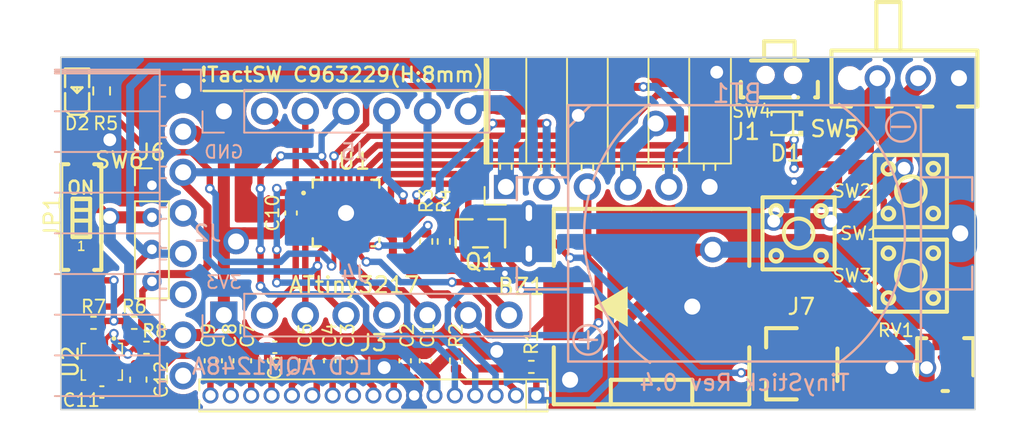
<source format=kicad_pcb>
(kicad_pcb (version 20221018) (generator pcbnew)
  (title_block (title "TinyStick") (date "2024-06-01") (rev "0.4"))
  (layers (0 "F.Cu" signal) (31 "B.Cu" signal) (34 "B.Paste" user) (35 "F.Paste" user) (36 "B.SilkS" user "B.Silkscreen") (37 "F.SilkS" user "F.Silkscreen") (38 "B.Mask" user) (39 "F.Mask" user) (44 "Edge.Cuts" user))
  (net 0 "")
  (net 1 "Net-(BT1-+)")
  (net 2 "GND")
  (net 3 "Buz")
  (net 4 "Net-(D1-A)")
  (net 5 "+3V3")
  (net 6 "Net-(J3-VOUT)")
  (net 7 "Net-(J3-C1-)")
  (net 8 "Net-(J3-C1+)")
  (net 9 "Net-(J3-C2-)")
  (net 10 "Net-(J3-C2+)")
  (net 11 "Net-(J3-V1)")
  (net 12 "Net-(J3-V2)")
  (net 13 "Net-(J3-V3)")
  (net 14 "Net-(J3-V4)")
  (net 15 "Net-(J3-V0)")
  (net 16 "Net-(D2-A)")
  (net 17 "UPDI")
  (net 18 "TXD")
  (net 19 "RXD")
  (net 20 "SDA")
  (net 21 "SCL")
  (net 22 "PA6")
  (net 23 "Net-(J3-{slash}RST)")
  (net 24 "SCK")
  (net 25 "MOSI")
  (net 27 "PA4")
  (net 29 "PA5")
  (net 30 "PB7")
  (net 31 "PB6")
  (net 32 "MISO")
  (net 33 "Net-(J7-LCD_BL_A)")
  (net 34 "Net-(J7-LCD_BL_K)")
  (net 35 "LCD_CS")
  (net 36 "LCD_RS")
  (net 37 "Net-(Q1-G)")
  (net 39 "LCD_BL")
  (net 40 "LED")
  (net 42 "SW1")
  (net 43 "SW2")
  (net 44 "SW3")
  (net 45 "SW4")
  (net 46 "+5V")
  (net 47 "Net-(U2-CS)")
  (net 50 "Net-(JP1-A)")
  (footprint "JSB01_Lib:SW-SMD_4P-L4.5-W4.5-P3.00-LS7.5" (layer "F.Cu") (at 78.4 35.46)
    (fp_text reference "SW2")
    (fp_text value "Tactile" hide)
  )
  (footprint "" (layer "F.Cu") (at 57.658 30.734)
    (fp_text reference "")
    (fp_text value "")
  )
  (footprint "" (layer "F.Cu") (at 64.77 42.672)
    (fp_text reference "")
    (fp_text value "")
  )
  (footprint "" (layer "F.Cu") (at 36.322 38.608)
    (fp_text reference "")
    (fp_text value "")
  )
  (footprint "JSB01_Lib:CONN-SMD_HC-1.0-2PWT" (layer "F.Cu") (at 71.028 46.305 90)
    (fp_text reference "J7")
    (fp_text value "LCD BackLight" hide)
  )
  (footprint "Capacitor_SMD:C_0603_1608Metric" (layer "F.Cu") (at 30.226 47.231 -90)
    (fp_text reference "C12")
    (fp_text value "10u")
  )
  (footprint "" (layer "F.Cu") (at 76.708 28.448)
    (fp_text reference "")
    (fp_text value "")
  )
  (footprint "Resistor_SMD:R_0402_1005Metric" (layer "F.Cu") (at 54.735 46.436)
    (fp_text reference "R1")
    (fp_text value "10K")
  )
  (footprint "Capacitor_SMD:C_0402_1005Metric" (layer "F.Cu") (at 38.74 45.212 180)
    (fp_text reference "C6")
    (fp_text value "1u")
  )
  (footprint "Resistor_SMD:R_0402_1005Metric" (layer "F.Cu") (at 27.432 43.688 180)
    (fp_text reference "R7")
    (fp_text value "10K")
  )
  (footprint "" (layer "F.Cu") (at 52.578 45.466)
    (fp_text reference "")
    (fp_text value "")
  )
  (footprint "JSB01_Lib:LGA-12_L2.0-W2.0-P0.50-BL" (layer "F.Cu") (at 27.952 46.115 180)
    (fp_text reference "U2")
    (fp_text value "LIS2DH12" hide)
  )
  (footprint "JSB01_Lib:AQM1248A" (layer "F.Cu") (at 44.885 48.218)
    (fp_text reference "J3")
    (fp_text value "AQM1248A")
  )
  (footprint "Resistor_SMD:R_0402_1005Metric" (layer "F.Cu") (at 49.276 38.608 90)
    (fp_text reference "R4")
    (fp_text value "100K")
  )
  (footprint "" (layer "F.Cu") (at 28.448 37.084)
    (fp_text reference "")
    (fp_text value "")
  )
  (footprint "" (layer "F.Cu") (at 62.484 30.988)
    (fp_text reference "")
    (fp_text value "")
  )
  (footprint "JSB01_Lib:SW-SMD_4P-L4.5-W4.5-P3.00-LS7.5" (layer "F.Cu") (at 71.4 38.1 90)
    (fp_text reference "SW1")
    (fp_text value "Tactile" hide)
  )
  (footprint "JSB01_Lib:SW-SMD_K3-1280S-K1" (layer "F.Cu") (at 78 31.814 90)
    (fp_text reference "SW5")
    (fp_text value "Slide" hide)
  )
  (footprint "Capacitor_SMD:C_0402_1005Metric" (layer "F.Cu") (at 35.8 46.056 -90)
    (fp_text reference "C8")
    (fp_text value "1u")
  )
  (footprint "" (layer "F.Cu") (at 77.216 46.482)
    (fp_text reference "")
    (fp_text value "")
  )
  (footprint "JSB01_Lib:SW-SMD_BZCN_TSA002A35" (layer "F.Cu") (at 70.2 28.71)
    (fp_text reference "SW4")
    (fp_text value "Tactile(Side)" hide)
  )
  (footprint "" (layer "F.Cu") (at 57.15 47.244)
    (fp_text reference "")
    (fp_text value "")
  )
  (footprint "" (layer "F.Cu") (at 45.559 46.482)
    (fp_text reference "")
    (fp_text value "")
  )
  (footprint "JSB01_Lib:Grove_Connector" (layer "F.Cu") (at 31.0755 38.1)
    (fp_text reference "J6")
    (fp_text value "Grove Connector")
  )
  (footprint "" (layer "F.Cu") (at 78.994 28.448)
    (fp_text reference "")
    (fp_text value "")
  )
  (footprint "Capacitor_SMD:C_0402_1005Metric" (layer "F.Cu") (at 34.725 46.056 -90)
    (fp_text reference "C9")
    (fp_text value "1u")
  )
  (footprint "JSB01_Lib:SW-SMD_TSD101EZ" (layer "F.Cu") (at 26.67 37.084)
    (fp_text reference "SW6")
    (fp_text value "DIP" hide)
  )
  (footprint "Capacitor_SMD:C_0402_1005Metric" (layer "F.Cu") (at 46.863 46.056 -90)
    (fp_text reference "C2")
    (fp_text value "1u")
  )
  (footprint "Resistor_SMD:R_0402_1005Metric" (layer "F.Cu") (at 50.038 46.054 -90)
    (fp_text reference "R2")
    (fp_text value "10K")
  )
  (footprint "JSB01_Lib:SOD-323_L1.8-W1.3-LS2.5-RD" (layer "F.Cu") (at 70.612 31.242 180)
    (fp_text reference "D1")
    (fp_text value "1N5819WS" hide)
  )
  (footprint "Capacitor_SMD:C_0402_1005Metric" (layer "F.Cu") (at 43.18 46.056 -90)
    (fp_text reference "C3")
    (fp_text value "1u")
  )
  (footprint "Resistor_SMD:R_0603_1608Metric" (layer "F.Cu") (at 27.94 29.21 90)
    (fp_text reference "R5")
    (fp_text value "470")
  )
  (footprint "Resistor_SMD:R_0402_1005Metric" (layer "F.Cu") (at 29.972 43.688)
    (fp_text reference "R6")
    (fp_text value "10K")
  )
  (footprint "" (layer "F.Cu") (at 73.406 37.338)
    (fp_text reference "")
    (fp_text value "")
  )
  (footprint "JSB01_Lib:SW-SMD_4P-L4.5-W4.5-P3.00-LS7.5" (layer "F.Cu") (at 78.4 40.74 180)
    (fp_text reference "SW3")
    (fp_text value "Tactile" hide)
  )
  (footprint "" (layer "F.Cu") (at 69.85 37.338)
    (fp_text reference "")
    (fp_text value "")
  )
  (footprint "" (layer "F.Cu") (at 66.294 28.04)
    (fp_text reference "")
    (fp_text value "")
  )
  (footprint "Resistor_SMD:R_0402_1005Metric" (layer "F.Cu") (at 30.736 45.24 180)
    (fp_text reference "R8")
    (fp_text value "10K")
  )
  (footprint "Capacitor_SMD:C_0402_1005Metric" (layer "F.Cu") (at 36.9 46.056 -90)
    (fp_text reference "C7")
    (fp_text value "1u")
  )
  (footprint "JSB01_Lib:LED0603-RD_GREEN" (layer "F.Cu") (at 26.416 29.207 90)
    (fp_text reference "D2")
    (fp_text value "SML-D12P8WT86" hide)
  )
  (footprint "JSB01_Lib:RES-ADJ-SMD_G32AT" (layer "F.Cu") (at 80.545 46.255)
    (fp_text reference "RV1")
    (fp_text value "2K" hide)
  )
  (footprint "" (layer "F.Cu") (at 28.448 32.258)
    (fp_text reference "")
    (fp_text value "")
  )
  (footprint "" (layer "F.Cu") (at 77.978 34.036)
    (fp_text reference "")
    (fp_text value "")
  )
  (footprint "JSB01_Lib:AO3400A" (layer "F.Cu") (at 51.562 38.1 -90)
    (fp_text reference "Q1")
    (fp_text value "AO3400A" hide)
  )
  (footprint "Capacitor_SMD:C_0402_1005Metric" (layer "F.Cu") (at 27.952 48.006 180)
    (fp_text reference "C11")
    (fp_text value "0.1u")
  )
  (footprint "JSB01_Lib:HVQFN-24_L4.0-W4.0-P0.50" (layer "F.Cu") (at 43.18 36.83 -90)
    (fp_text reference "U1")
    (fp_text value "ATtiny3217")
  )
  (footprint "JSB01_Lib:BUZ-SMD_2P-L12.0-W12.0-L" (layer "F.Cu") (at 62.23 42.672)
    (fp_text reference "BZ1")
    (fp_text value "PKLCS1212E2000" hide)
  )
  (footprint "" (layer "F.Cu") (at 79.248 46.482)
    (fp_text reference "")
    (fp_text value "")
  )
  (footprint "Capacitor_SMD:C_0402_1005Metric" (layer "F.Cu") (at 40.64 46.056 -90)
    (fp_text reference "C5")
    (fp_text value "1u")
  )
  (footprint "" (layer "F.Cu") (at 66.04 39.116)
    (fp_text reference "")
    (fp_text value "")
  )
  (footprint "Capacitor_SMD:C_0402_1005Metric" (layer "F.Cu") (at 48.133 46.056 90)
    (fp_text reference "C1")
    (fp_text value "1u")
  )
  (footprint "Capacitor_SMD:C_0402_1005Metric" (layer "F.Cu") (at 42.164 46.056 -90)
    (fp_text reference "C4")
    (fp_text value "1u")
  )
  (footprint "JSB01_Lib:USB Serial" (layer "F.Cu") (at 59.5 35.2 -90)
    (fp_text reference "J1")
    (fp_text value "USB Serial")
  )
  (footprint "JSB01_Lib:SolderJumper-2_Open_mini" (layer "F.Cu") (at 26.67 37.084 90)
    (fp_text reference "JP1")
    (fp_text value "SolderJumper_2_Open" hide)
  )
  (footprint "Capacitor_SMD:C_0402_1005Metric" (layer "F.Cu") (at 39.751 36.83 90)
    (fp_text reference "C10")
    (fp_text value "0.1u")
  )
  (footprint "Resistor_SMD:R_0402_1005Metric" (layer "F.Cu") (at 48.176 38.606 -90)
    (fp_text reference "R3")
    (fp_text value "20K")
  )
  (footprint "JSB01_Lib:PinSocket_M5StickHat" (layer "B.Cu") (at 33.02 38.1 180)
    (fp_text reference "J2")
    (fp_text value "M5StickC Hat")
  )
  (footprint "JSB01_Lib:BAT-CR2032" (layer "B.Cu") (at 68.03 38.1 180)
    (fp_text reference "BT1")
    (fp_text value "CR2032" hide)
  )
  (footprint "Connector_PinSocket_2.54mm:PinSocket_1x07_P2.54mm_Vertical" (layer "B.Cu") (at 35.56 30.48 -90)
    (fp_text reference "J5")
    (fp_text value "TinyStick_Ext2")
  )
  (footprint "Connector_PinSocket_2.54mm:PinSocket_1x08_P2.54mm_Vertical" (layer "B.Cu") (at 35.56 43.205 -90)
    (fp_text reference "J4")
    (fp_text value "TinyStick_Ext1")
  )
  (gr_line (start 34.29 29.21) (end 51.308 29.21) (stroke (width 0.15)) (layer "F.SilkS"))
  (gr_rect (start 25.4 27.1) (end 82.4 49.1) (stroke (width 0.1)) (fill none) (layer "Edge.Cuts"))
  (gr_text "LCD AQM1248A" (at 44.958 46.99) (layer "B.SilkS") (effects (font (size 1 1)) (justify left bottom mirror)))
  (gr_text "GND" (at 35.56 33.02) (layer "B.SilkS") (effects (font (size 0.8 0.8) (thickness 0.12)) (justify mirror)))
  (gr_text "3V3" (at 35.56 41.148) (layer "B.SilkS") (effects (font (size 0.8 0.8) (thickness 0.12)) (justify mirror)))
  (gr_text "TinyStick Rev 0.4" (at 74.676 48.006) (layer "B.SilkS") (effects (font (size 1 1)) (justify left bottom mirror)))
  (gr_text "!TactSW C963229(H:8mm)" (at 42.926 28.194) (layer "F.SilkS") (effects (font (size 0.9 0.9) (thickness 0.16) bold)))
  (segment (start 78 29.696) (end 78 31.814) (width 1) (layer "F.Cu") (net 1))
  (segment (start 78.86 28.408) (end 78.86 28.836) (width 1) (layer "F.Cu") (net 1))
  (segment (start 69.85 37.338) (end 73.406 37.338) (width 1) (layer "F.Cu") (net 1))
  (segment (start 78 34.014) (end 77.978 34.036) (width 1) (layer "F.Cu") (net 1))
  (segment (start 78 31.814) (end 78 34.014) (width 1) (layer "F.Cu") (net 1))
  (segment (start 78.86 28.836) (end 78 29.696) (width 1) (layer "F.Cu") (net 1))
  (segment (start 73.406 37.338) (end 74.676 37.338) (width 1) (layer "B.Cu") (net 1))
  (segment (start 54.58 36.83) (end 54.58 37.846) (width 1) (layer "B.Cu") (net 1))
  (segment (start 54.58 37.846) (end 54.58 39.37) (width 1) (layer "B.Cu") (net 1))
  (segment (start 54.392 37.338) (end 53.63 38.1) (width 1) (layer "B.Cu") (net 1))
  (segment (start 52.74 39.024) (end 52.578 38.862) (width 0.4) (layer "B.Cu") (net 1))
  (segment (start 74.676 37.338) (end 77.978 34.036) (width 1) (layer "B.Cu") (net 1))
  (segment (start 69.85 37.338) (end 54.392 37.338) (width 1) (layer "B.Cu") (net 1))
  (segment (start 26.924 30.988) (end 27.432 30.988) (width 0.5) (layer "F.Cu") (net 2))
  (segment (start 46.863 45.576) (end 46.465 45.576) (width 0.75) (layer "F.Cu") (net 2))
  (segment (start 50.658595 44.717) (end 48.992 44.717) (width 0.75) (layer "F.Cu") (net 2))
  (segment (start 34.689 45.74) (end 34.725 45.776) (width 0.5) (layer "F.Cu") (net 2))
  (segment (start 36.83 31.75) (end 36.83 35.56) (width 0.75) (layer "F.Cu") (net 2))
  (segment (start 41.495 44.721) (end 40.64 45.576) (width 0.75) (layer "F.Cu") (net 2))
  (segment (start 46.465 45.576) (end 45.559 46.482) (width 0.75) (layer "F.Cu") (net 2))
  (segment (start 64.77 42.672) (end 63.5 42.672) (width 1) (layer "F.Cu") (net 2))
  (segment (start 52.578 45.466) (end 51.407594 45.466) (width 0.75) (layer "F.Cu") (net 2))
  (segment (start 27.472 48.3) (end 27.472 48.006) (width 0.4) (layer "F.Cu") (net 2))
  (segment (start 37.846 36.322) (end 37.864325 36.340325) (width 0.75) (layer "F.Cu") (net 2))
  (segment (start 49.276 36.5785) (end 49.276 38.098) (width 0.4) (layer "F.Cu") (net 2))
  (segment (start 34.016 45.74) (end 34.036 45.72) (width 0.4) (layer "F.Cu") (net 2))
  (segment (start 35.56 30.48) (end 36.83 31.75) (width 0.75) (layer "F.Cu") (net 2))
  (segment (start 58.928 47.244) (end 57.15 47.244) (width 1) (layer "F.Cu") (net 2))
  (segment (start 48.992 44.717) (end 48.133 45.576) (width 0.75) (layer "F.Cu") (net 2))
  (segment (start 28.448 32.004) (end 28.448 32.258) (width 0.5) (layer "F.Cu") (net 2))
  (segment (start 27.432 30.988) (end 28.448 32.004) (width 0.5) (layer "F.Cu") (net 2))
  (segment (start 30.226 48.006) (end 29.516 48.716) (width 0.4) (layer "F.Cu") (net 2))
  (segment (start 34.671 45.776) (end 34.605 45.71) (width 0.4) (layer "F.Cu") (net 2))
  (segment (start 27.667 45.865) (end 27.712 45.82) (width 0.3) (layer "F.Cu") (net 2))
  (segment (start 39.751 36.35) (end 39.981 36.58) (width 0.3) (layer "F.Cu") (net 2))
  (segment (start 27.888 48.716) (end 27.472 48.3) (width 0.4) (layer "F.Cu") (net 2))
  (segment (start 29.516 48.716) (end 27.888 48.716) (width 0.4) (layer "F.Cu") (net 2))
  (segment (start 43.798 44.721) (end 41.495 44.721) (width 0.75) (layer "F.Cu") (net 2))
  (segment (start 27.712 45.82) (end 27.712 45.24) (width 0.3) (layer "F.Cu") (net 2))
  (segment (start 39.981 36.58) (end 41.18 36.58) (width 0.3) (layer "F.Cu") (net 2))
  (segment (start 28.448 32.258) (end 28.448 32.4725) (width 0.5) (layer "F.Cu") (net 2))
  (segment (start 52.512 40.028497) (end 53.086 40.602497) (width 0.4) (layer "F.Cu") (net 2))
  (segment (start 41.18 36.58) (end 42.575 36.58) (width 0.3) (layer "F.Cu") (net 2))
  (segment (start 32.502233 45.74) (end 30.236233 48.006) (width 0.4) (layer "F.Cu") (net 2))
  (segment (start 26.419 30.477) (end 26.416 30.48) (width 0.5) (layer "F.Cu") (net 2))
  (segment (start 27.077 46.365) (end 27.077 45.89) (width 0.4) (layer "F.Cu") (net 2))
  (segment (start 45.559 46.482) (end 43.798 44.721) (width 0.75) (layer "F.Cu") (net 2))
  (segment (start 36.83 35.56) (end 37.592 36.322) (width 0.75) (layer "F.Cu") (net 2))
  (segment (start 26.416 30.48) (end 26.924 30.988) (width 0.5) (layer "F.Cu") (net 2))
  (segment (start 37.592 36.322) (end 37.846 36.322) (width 0.75) (layer "F.Cu") (net 2))
  (segment (start 51.407594 45.466) (end 50.658595 44.717) (width 0.75) (layer "F.Cu") (net 2))
  (segment (start 27.077 46.365) (end 27.077 46.865) (width 0.4) (layer "F.Cu") (net 2))
  (segment (start 37.864325 36.340325) (end 39.692159 36.340325) (width 0.75) (layer "F.Cu") (net 2))
  (segment (start 30.236233 48.006) (end 30.226 48.006) (width 0.4) (layer "F.Cu") (net 2))
  (segment (start 34.18 45.576) (end 34.036 45.72) (width 0.5) (layer "F.Cu") (net 2))
  (segment (start 27.472 48.006) (end 27.472 47.26) (width 0.5) (layer "F.Cu") (net 2))
  (segment (start 32.502233 45.74) (end 34.016 45.74) (width 0.4) (layer "F.Cu") (net 2))
  (segment (start 63.5 42.672) (end 58.928 47.244) (width 1) (layer "F.Cu") (net 2))
  (segment (start 71.12 29.56) (end 71.9 29.56) (width 0.4) (layer "F.Cu") (net 2))
  (segment (start 36.9 45.576) (end 34.18 45.576) (width 0.5) (layer "F.Cu") (net 2))
  (segment (start 26.419 30.006) (end 26.419 30.477) (width 0.5) (layer "F.Cu") (net 2))
  (segment (start 27.077 45.865) (end 27.667 45.865) (width 0.3) (layer "F.Cu") (net 2))
  (segment (start 40.276 45.212) (end 40.64 45.576) (width 0.75) (layer "F.Cu") (net 2))
  (segment (start 64.77 42.672) (end 67.476 42.672) (width 1) (layer "F.Cu") (net 2))
  (segment (start 48.133 45.576) (end 46.863 45.576) (width 0.75) (layer "F.Cu") (net 2))
  (segment (start 39.22 45.212) (end 40.276 45.212) (width 0.75) (layer "F.Cu") (net 2))
  (segment (start 27.077 46.865) (end 27.202 46.99) (width 0.4) (layer "F.Cu") (net 2))
  (segment (start 27.202 46.99) (end 27.642 46.99) (width 0.4) (layer "F.Cu") (net 2))
  (segment (start 28.448 32.4725) (end 31.0755 35.1) (width 0.5) (layer "F.Cu") (net 2))
  (segment (start 52.512 39.335) (end 52.512 40.028497) (width 0.4) (layer "F.Cu") (net 2))
  (via (at 71.12 29.56) (size 0.6) (drill 0.35) (layers "F.Cu" "B.Cu") (net 2))
  (via (at 71.12 34.9) (size 0.6) (drill 0.35) (layers "F.Cu" "B.Cu") (net 2))
  (via (at 49.276 36.5785) (size 0.6) (drill 0.35) (layers "F.Cu" "B.Cu") (net 2))
  (via (at 53.086 40.602497) (size 0.6) (drill 0.35) (layers "F.Cu" "B.Cu") (net 2))
  (segment (start 33.02 29.21) (end 31.0755 31.1545) (width 1) (layer "B.Cu") (net 2))
  (segment (start 34.29 29.21) (end 35.56 30.48) (width 1) (layer "B.Cu") (net 2))
  (segment (start 47.951199 36.579364) (end 49.276 36.579364) (width 0.75) (layer "B.Cu") (net 2))
  (segment (start 73.406 42.672) (end 77.216 46.482) (width 1.2) (layer "B.Cu") (net 2))
  (segment (start 45.559 46.482) (end 46.407528 46.482) (width 0.75) (layer "B.Cu") (net 2))
  (segment (start 49.276 36.5785) (end 49.276 39.37) (width 0.75) (layer "B.Cu") (net 2))
  (segment (start 46.407528 46.482) (end 47.425 47.499472) (width 0.75) (layer "B.Cu") (net 2))
  (segment (start 43.4315 36.5785) (end 43.18 36.83) (width 0.75) (layer "B.Cu") (net 2))
  (segment (start 55.372 45.466) (end 57.15 47.244) (width 1) (layer "B.Cu") (net 2))
  (segment (start 47.700563 36.83) (end 47.951199 36.579364) (width 0.75) (layer "B.Cu") (net 2))
  (segment (start 43.18 36.83) (end 43.293 36.717) (width 0.75) (layer "B.Cu") (net 2))
  (segment (start 52.578 45.466) (end 55.372 45.466) (width 1) (layer "B.Cu") (net 2))
  (segment (start 50.508497 40.602497) (end 53.086 40.602497) (width 0.75) (layer "B.Cu") (net 2))
  (segment (start 64.77 42.672) (end 73.406 42.672) (width 1.2) (layer "B.Cu") (net 2))
  (segment (start 43.18 36.83) (end 47.700563 36.83) (width 0.75) (layer "B.Cu") (net 2))
  (segment (start 33.02 29.21) (end 34.29 29.21) (width 1) (layer "B.Cu") (net 2))
  (segment (start 49.276 39.37) (end 50.508497 40.602497) (width 0.75) (layer "B.Cu") (net 2))
  (segment (start 47.425 47.499472) (end 47.425 48.318) (width 0.75) (layer "B.Cu") (net 2))
  (segment (start 31.0755 31.1545) (end 31.0755 35.1) (width 1) (layer "B.Cu") (net 2))
  (segment (start 50.546 41.148) (end 52.05 42.652) (width 0.4) (layer "F.Cu") (net 3))
  (segment (start 52.05 44.176) (end 52.329 44.455) (width 0.4) (layer "F.Cu") (net 3))
  (segment (start 52.329 44.455) (end 54.593 44.455) (width 0.4) (layer "F.Cu") (net 3))
  (segment (start 44.196 39.624) (end 43.95 39.27) (width 0.3) (layer "F.Cu") (net 3))
  (segment (start 54.593 44.455) (end 56.576 42.472) (width 0.4) (layer "F.Cu") (net 3))
  (segment (start 52.05 42.652) (end 52.05 44.176) (width 0.4) (layer "F.Cu") (net 3))
  (segment (start 49.784 41.148) (end 50.546 41.148) (width 0.4) (layer "F.Cu") (net 3))
  (via (at 49.784 41.148) (size 0.6) (drill 0.35) (layers "F.Cu" "B.Cu") (net 3))
  (via (at 44.45 39.878) (size 0.6) (drill 0.35) (layers "F.Cu" "B.Cu") (net 3))
  (segment (start 45.298528 39.878) (end 44.45 39.878) (width 0.4) (layer "B.Cu") (net 3))
  (segment (start 49.784 41.148) (end 46.568528 41.148) (width 0.4) (layer "B.Cu") (net 3))
  (segment (start 46.568528 41.148) (end 45.298528 39.878) (width 0.4) (layer "B.Cu") (net 3))
  (segment (start 69.439 31.242) (end 62.484 31.242) (width 1) (layer "F.Cu") (net 4))
  (segment (start 62.484 31.242) (end 62.378 31.242) (width 1) (layer "B.Cu") (net 4))
  (segment (start 60.77 35.2) (end 60.77 32.956) (width 1) (layer "B.Cu") (net 4))
  (segment (start 60.77 32.956) (end 62.484 31.242) (width 1) (layer "B.Cu") (net 4))
  (segment (start 31.246 45.24) (end 31.246 45.436) (width 0.5) (layer "F.Cu") (net 5))
  (segment (start 48.714 46.536) (end 48.133 46.536) (width 0.5) (layer "F.Cu") (net 5))
  (segment (start 26.67 36.584) (end 27.932 36.584) (width 0.5) (layer "F.Cu") (net 5))
  (segment (start 35.814 38.1) (end 36.83 38.1) (width 0.75) (layer "F.Cu") (net 5))
  (segment (start 74.928 31.242) (end 75.5 31.814) (width 1) (layer "F.Cu") (net 5))
  (segment (start 48.133 46.536) (end 48.695 47.098) (width 0.75) (layer "F.Cu") (net 5))
  (segment (start 27.932 36.584) (end 28.448 37.1) (width 0.5) (layer "F.Cu") (net 5))
  (segment (start 66.04 39.116) (end 65.024 39.116) (width 0.75) (layer "F.Cu") (net 5))
  (segment (start 34.315 44.45) (end 35.56 43.205) (width 0.75) (layer "F.Cu") (net 5))
  (segment (start 31.246 45.436) (end 30.226 46.456) (width 0.5) (layer "F.Cu") (net 5))
  (segment (start 29.692 46.99) (end 28.292 46.99) (width 0.5) (layer "F.Cu") (net 5))
  (segment (start 71.785 31.242) (end 74.928 31.242) (width 1) (layer "F.Cu") (net 5))
  (segment (start 49.583 45.667) (end 50 45.667) (width 0.75) (layer "F.Cu") (net 5))
  (segment (start 76.32 29.09) (end 75.5 29.91) (width 1) (layer "F.Cu") (net 5))
  (segment (start 33.782 31.75) (end 35.56 33.528) (width 0.75) (layer "F.Cu") (net 5))
  (segment (start 76.32 28.408) (end 76.32 29.09) (width 1) (layer "F.Cu") (net 5))
  (segment (start 39.981 37.08) (end 41.18 37.08) (width 0.3) (layer "F.Cu") (net 5))
  (segment (start 36.322 38.608) (end 36.83 38.1) (width 0.75) (layer "F.Cu") (net 5))
  (segment (start 65.024 39.116) (end 58.674 45.466) (width 0.75) (layer "F.Cu") (net 5))
  (segment (start 35.56 43.205) (end 35.56 37.846) (width 0.75) (layer "F.Cu") (net 5))
  (segment (start 33.02 44.45) (end 34.315 44.45) (width 0.75) (layer "F.Cu") (net 5))
  (segment (start 75.5 29.91) (end 75.5 31.814) (width 1) (layer "F.Cu") (net 5))
  (segment (start 39.751 37.31) (end 39.981 37.08) (width 0.3) (layer "F.Cu") (net 5))
  (segment (start 39.711636 37.302348) (end 39.743348 37.302348) (width 0.75) (layer "F.Cu") (net 5))
  (segment (start 54.225 46.131908) (end 54.225 46.436) (width 0.75) (layer "F.Cu") (net 5))
  (segment (start 51.157315 46.536) (end 50.165315 45.544) (width 0.5) (layer "F.Cu") (net 5))
  (segment (start 36.83 38.1) (end 38.913984 38.1) (width 0.75) (layer "F.Cu") (net 5))
  (segment (start 35.56 37.846) (end 35.814 38.1) (width 0.75) (layer "F.Cu") (net 5))
  (segment (start 26.67 33.134) (end 26.67 36.584) (width 0.5) (layer "F.Cu") (net 5))
  (segment (start 28.448 37.1) (end 31.0755 37.1) (width 0.75) (layer "F.Cu") (net 5))
  (segment (start 48.714 46.536) (end 49.583 45.667) (width 0.75) (layer "F.Cu") (net 5))
  (segment (start 79.384 46.482) (end 79.384 47.832) (width 1) (layer "F.Cu") (net 5))
  (segment (start 35.56 33.528) (end 35.56 37.846) (width 0.75) (layer "F.Cu") (net 5))
  (segment (start 28.432 48.006) (end 28.432 47.26) (width 0.5) (layer "F.Cu") (net 5))
  (segment (start 54.890908 45.466) (end 54.225 46.131908) (width 0.75) (layer "F.Cu") (net 5))
  (segment (start 33.02 44.45) (end 32.036 44.45) (width 0.75) (layer "F.Cu") (net 5))
  (segment (start 30.226 46.456) (end 29.692 46.99) (width 0.5) (layer "F.Cu") (net 5))
  (segment (start 38.913984 38.1) (end 39.711636 37.302348) (width 0.75) (layer "F.Cu") (net 5))
  (segment (start 32.036 44.45) (end 31.246 45.24) (width 0.75) (layer "F.Cu") (net 5))
  (segment (start 33.02 31.75) (end 33.782 31.75) (width 0.75) (layer "F.Cu") (net 5))
  (segment (start 79.384 47.832) (end 79.42 47.868) (width 1) (layer "F.Cu") (net 5))
  (segment (start 33.02 44.45) (end 33.045 44.45) (width 1) (layer "F.Cu") (net 5))
  (segment (start 58.674 45.466) (end 54.890908 45.466) (width 0.75) (layer "F.Cu") (net 5))
  (segment (start 48.695 47.098) (end 48.695 48.218) (width 0.75) (layer "F.Cu") (net 5))
  (segment (start 54.225 46.536) (end 51.157315 46.536) (width 0.5) (layer "F.Cu") (net 5))
  (segment (start 48.695 47.425969) (end 46.576031 45.307) (width 0.75) (layer "B.Cu") (net 5))
  (segment (start 28.448 37.1) (end 28.448 38.608) (width 0.75) (layer "B.Cu") (net 5))
  (segment (start 71.628 36.322) (end 76.32 31.63) (width 1) (layer "B.Cu") (net 5))
  (segment (start 33.02 44.45) (end 31.817919 44.45) (width 0.75) (layer "B.Cu") (net 5))
  (segment (start 71.247 38.989) (end 71.628 38.608) (width 1) (layer "B.Cu") (net 5))
  (segment (start 48.695 48.318) (end 48.695 47.425969) (width 0.75) (layer "B.Cu") (net 5))
  (segment (start 46.576031 45.307) (end 37.662 45.307) (width 0.75) (layer "B.Cu") (net 5))
  (segment (start 79.384 45.348) (end 79.384 46.482) (width 1) (layer "B.Cu") (net 5))
  (segment (start 31.817919 44.45) (end 29.718 42.350081) (width 0.75) (layer "B.Cu") (net 5))
  (segment (start 66.04 39.116) (end 73.152 39.116) (width 1) (layer "B.Cu") (net 5))
  (segment (start 71.628 38.608) (end 71.628 36.322) (width 1) (layer "B.Cu") (net 5))
  (segment (start 28.448 38.608) (end 29.718 39.878) (width 0.75) (layer "B.Cu") (net 5))
  (segment (start 73.152 39.116) (end 79.384 45.348) (width 1) (layer "B.Cu") (net 5))
  (segment (start 37.662 45.307) (end 35.56 43.205) (width 0.75) (layer "B.Cu") (net 5))
  (segment (start 76.32 31.63) (end 76.32 28.408) (width 1) (layer "B.Cu") (net 5))
  (segment (start 29.718 42.350081) (end 29.718 39.878) (width 0.75) (layer "B.Cu") (net 5))
  (segment (start 46.155 47.444) (end 46.155 48.318) (width 0.4) (layer "F.Cu") (net 6))
  (segment (start 46.863 46.736) (end 46.155 47.444) (width 0.4) (layer "F.Cu") (net 6))
  (segment (start 44.45 46.736) (end 43.39 45.676) (width 0.4) (layer "F.Cu") (net 7))
  (segment (start 43.18 45.776) (end 43.293675 45.776) (width 0.4) (layer "F.Cu") (net 7))
  (segment (start 44.45 47.244) (end 44.45 46.736) (width 0.4) (layer "F.Cu") (net 7))
  (segment (start 44.885 48.218) (end 44.885 47.679) (width 0.4) (layer "F.Cu") (net 7))
  (segment (start 44.885 47.679) (end 44.45 47.244) (width 0.4) (layer "F.Cu") (net 7))
  (segment (start 43.39 45.676) (end 43.18 45.676) (width 0.4) (layer "F.Cu") (net 7))
  (segment (start 43.615 47.171) (end 43.18 46.736) (width 0.4) (layer "F.Cu") (net 8))
  (segment (start 43.615 48.318) (end 43.615 47.171) (width 0.4) (layer "F.Cu") (net 8))
  (segment (start 41.35 47.943) (end 41.075 48.218) (width 0.4) (layer "F.Cu") (net 9))
  (segment (start 41.7 45.676) (end 41.35 46.026) (width 0.4) (layer "F.Cu") (net 9))
  (segment (start 42.164 45.676) (end 41.7 45.676) (width 0.4) (layer "F.Cu") (net 9))
  (segment (start 41.35 46.026) (end 41.35 47.943) (width 0.4) (layer "F.Cu") (net 9))
  (segment (start 42.164 45.776) (end 42.050325 45.776) (width 0.4) (layer "F.Cu") (net 9))
  (segment (start 42.345 46.917) (end 42.164 46.736) (width 0.4) (layer "F.Cu") (net 10))
  (segment (start 42.345 48.318) (end 42.345 46.917) (width 0.4) (layer "F.Cu") (net 10))
  (segment (start 40.64 46.736) (end 39.805 47.571) (width 0.4) (layer "F.Cu") (net 11))
  (segment (start 39.805 47.571) (end 39.805 48.318) (width 0.4) (layer "F.Cu") (net 11))
  (segment (start 38.26 47.15) (end 38.535 47.425) (width 0.4) (layer "F.Cu") (net 12))
  (segment (start 38.26 45.212) (end 38.26 47.15) (width 0.4) (layer "F.Cu") (net 12))
  (segment (start 38.535 47.425) (end 38.535 48.318) (width 0.4) (layer "F.Cu") (net 12))
  (segment (start 36.9 47.06) (end 37.265 47.425) (width 0.4) (layer "F.Cu") (net 13))
  (segment (start 36.9 46.736) (end 36.9 47.06) (width 0.4) (layer "F.Cu") (net 13))
  (segment (start 37.265 47.425) (end 37.265 48.318) (width 0.4) (layer "F.Cu") (net 13))
  (segment (start 35.995 48.318) (end 35.995 46.931) (width 0.4) (layer "F.Cu") (net 14))
  (segment (start 35.995 46.931) (end 35.8 46.736) (width 0.4) (layer "F.Cu") (net 14))
  (segment (start 34.725 48.318) (end 34.725 46.736) (width 0.4) (layer "F.Cu") (net 15))
  (segment (start 27.917 28.408) (end 27.94 28.385) (width 0.5) (layer "F.Cu") (net 16))
  (segment (start 26.413 28.408) (end 27.917 28.408) (width 0.5) (layer "F.Cu") (net 16))
  (segment (start 44.43 31.274) (end 42.43 33.274) (width 0.4) (layer "F.Cu") (net 17))
  (segment (start 44.43 29.23) (end 44.43 31.274) (width 0.4) (layer "F.Cu") (net 17))
  (segment (start 44.704 28.956) (end 44.48 29.23) (width 0.5) (layer "F.Cu") (net 17))
  (segment (start 42.43 33.274) (end 42.43 34.83) (width 0.3) (layer "F.Cu") (net 17))
  (segment (start 61.722 28.956) (end 44.704 28.956) (width 0.5) (layer "F.Cu") (net 17))
  (via (at 42.43 33.274) (size 0.6) (drill 0.35) (layers "F.Cu" "B.Cu") (net 17))
  (via (at 61.722 28.956) (size 0.6) (drill 0.35) (layers "F.Cu" "B.Cu") (net 17))
  (segment (start 64.008 32.258) (end 63.31 32.956) (width 0.5) (layer "B.Cu") (net 17))
  (segment (start 63.31 32.956) (end 63.31 35.2) (width 0.5) (layer "B.Cu") (net 17))
  (segment (start 64.008 30.48) (end 64.008 32.258) (width 0.5) (layer "B.Cu") (net 17))
  (segment (start 61.722 28.956) (end 62.484 28.956) (width 0.5) (layer "B.Cu") (net 17))
  (segment (start 62.484 28.956) (end 64.008 30.48) (width 0.5) (layer "B.Cu") (net 17))
  (segment (start 50.703238 40.386) (end 53.34 43.022762) (width 0.5) (layer "F.Cu") (net 18))
  (segment (start 46.598878 37.708878) (end 46.47 37.58) (width 0.3) (layer "F.Cu") (net 18))
  (segment (start 46.598878 37.708878) (end 46.99 38.1) (width 0.5) (layer "F.Cu") (net 18))
  (segment (start 52.324 31.242) (end 55.69 31.242) (width 0.5) (layer "F.Cu") (net 18))
  (segment (start 47.126163 37.708878) (end 46.598878 37.708878) (width 0.5) (layer "F.Cu") (net 18))
  (segment (start 48.298685 40.386) (end 50.703238 40.386) (width 0.5) (layer "F.Cu") (net 18))
  (segment (start 53.34 43.205) (end 53.823 43.205) (width 0.5) (layer "F.Cu") (net 18))
  (segment (start 46.47 37.58) (end 45.18 37.58) (width 0.3) (layer "F.Cu") (net 18))
  (segment (start 49.022 35.704364) (end 49.022 35.813041) (width 0.5) (layer "F.Cu") (net 18))
  (segment (start 53.34 43.205) (end 53.34 42.716661) (width 0.5) (layer "F.Cu") (net 18))
  (segment (start 49.022 35.813041) (end 47.126163 37.708878) (width 0.5) (layer "F.Cu") (net 18))
  (segment (start 53.34 43.022762) (end 53.34 43.205) (width 0.5) (layer "F.Cu") (net 18))
  (segment (start 46.99 39.077315) (end 48.298685 40.386) (width 0.5) (layer "F.Cu") (net 18))
  (segment (start 46.99 38.1) (end 46.99 39.077315) (width 0.5) (layer "F.Cu") (net 18))
  (via (at 55.69 31.242) (size 0.6) (drill 0.35) (layers "F.Cu" "B.Cu") (net 18))
  (via (at 49.022 35.704364) (size 0.6) (drill 0.35) (layers "F.Cu" "B.Cu") (net 18))
  (via (at 52.324 31.242) (size 0.6) (drill 0.35) (layers "F.Cu" "B.Cu") (net 18))
  (segment (start 49.022 34.544) (end 52.324 31.242) (width 0.5) (layer "B.Cu") (net 18))
  (segment (start 55.69 31.242) (end 55.69 35.2) (width 0.5) (layer "B.Cu") (net 18))
  (segment (start 49.022 35.704364) (end 49.022 34.544) (width 0.5) (layer "B.Cu") (net 18))
  (segment (start 58.928 40.386) (end 58.928 43.688) (width 0.5) (layer "F.Cu") (net 19))
  (segment (start 46.101 38.458994) (end 45.822006 38.18) (width 0.5) (layer "F.Cu") (net 19))
  (segment (start 58.23 35.2) (end 58.23 39.688) (width 0.5) (layer "F.Cu") (net 19))
  (segment (start 48.509 41.905) (end 46.101 39.497) (width 0.5) (layer "F.Cu") (net 19))
  (segment (start 46.101 39.497) (end 46.101 38.458994) (width 0.5) (layer "F.Cu") (net 19))
  (segment (start 49.5 41.905) (end 48.509 41.905) (width 0.5) (layer "F.Cu") (net 19))
  (segment (start 50.8 43.205) (end 49.5 41.905) (width 0.5) (layer "F.Cu") (net 19))
  (segment (start 50.8 43.205) (end 50.8 43.057994) (width 0.5) (layer "F.Cu") (net 19))
  (segment (start 58.23 39.688) (end 58.928 40.386) (width 0.5) (layer "F.Cu") (net 19))
  (segment (start 45.18 38.08) (end 45.822006 38.08) (width 0.3) (layer "F.Cu") (net 19))
  (via (at 58.928 43.688) (size 0.6) (drill 0.35) (layers "F.Cu" "B.Cu") (net 19))
  (segment (start 50.8 43.205) (end 50.8 42.672) (width 0.5) (layer "B.Cu") (net 19))
  (segment (start 58.161 44.455) (end 58.928 43.688) (width 0.4) (layer "B.Cu") (net 19))
  (segment (start 50.8 43.205) (end 52.05 44.455) (width 0.4) (layer "B.Cu") (net 19))
  (segment (start 50.8 43.205) (end 50.8 43.18) (width 0.4) (layer "B.Cu") (net 19))
  (segment (start 52.05 44.455) (end 58.161 44.455) (width 0.4) (layer "B.Cu") (net 19))
  (segment (start 26.922 43.631396) (end 27.881396 42.672) (width 0.4) (layer "F.Cu") (net 20))
  (segment (start 47.6 36.303247) (end 46.8 37.05) (width 0.4) (layer "F.Cu") (net 20))
  (segment (start 27.162 43.928) (end 27.162 45.24) (width 0.4) (layer "F.Cu") (net 20))
  (segment (start 29.464 40.7115) (end 31.0755 39.1) (width 0.4) (layer "F.Cu") (net 20))
  (segment (start 47.533949 35.7635) (end 47.533949 35.83529) (width 0.3) (layer "F.Cu") (net 20))
  (segment (start 26.922 43.688) (end 26.922 43.631396) (width 0.4) (layer "F.Cu") (net 20))
  (segment (start 27.881396 42.672) (end 28.702 42.672) (width 0.4) (layer "F.Cu") (net 20))
  (segment (start 28.702 42.672) (end 29.464 41.91) (width 0.4) (layer "F.Cu") (net 20))
  (segment (start 47.6 35.814) (end 47.6 36.303247) (width 0.4) (layer "F.Cu") (net 20))
  (segment (start 45.18 37.08) (end 46.722247 37.08) (width 0.3) (layer "F.Cu") (net 20))
  (segment (start 29.464 41.91) (end 29.464 40.7115) (width 0.4) (layer "F.Cu") (net 20))
  (segment (start 26.922 43.688) (end 27.162 43.928) (width 0.4) (layer "F.Cu") (net 20))
  (via (at 47.6 35.7035) (size 0.6) (drill 0.35) (layers "F.Cu" "B.Cu") (net 20))
  (segment (start 48.26 30.48) (end 48.26 29.21) (width 0.5) (layer "B.Cu") (net 20))
  (segment (start 47.7105 35.7035) (end 48.26 35.154) (width 0.5) (layer "B.Cu") (net 20))
  (segment (start 30.734 39.37) (end 33.02 39.37) (width 0.5) (layer "B.Cu") (net 20))
  (segment (start 48.26 35.154) (end 48.26 30.48) (width 0.5) (layer "B.Cu") (net 20))
  (segment (start 29.718 28.956) (end 29.718 38.354) (width 0.5) (layer "B.Cu") (net 20))
  (segment (start 30.988 27.686) (end 29.718 28.956) (width 0.5) (layer "B.Cu") (net 20))
  (segment (start 31.3455 39.37) (end 31.0755 39.1) (width 0.5) (layer "B.Cu") (net 20))
  (segment (start 48.26 29.21) (end 46.736 27.686) (width 0.5) (layer "B.Cu") (net 20))
  (segment (start 47.6 35.7035) (end 47.7105 35.7035) (width 0.5) (layer "B.Cu") (net 20))
  (segment (start 46.736 27.686) (end 30.988 27.686) (width 0.5) (layer "B.Cu") (net 20))
  (segment (start 29.718 38.354) (end 30.734 39.37) (width 0.5) (layer "B.Cu") (net 20))
  (segment (start 33.782 40.64) (end 31.5355 40.64) (width 0.5) (layer "F.Cu") (net 21))
  (segment (start 33.02 34.9445) (end 34.544 36.4685) (width 0.5) (layer "F.Cu") (net 21))
  (segment (start 45.18 36.58) (end 46.4 36.58) (width 0.3) (layer "F.Cu") (net 21))
  (segment (start 30.482 41.6935) (end 31.0755 41.1) (width 0.4) (layer "F.Cu") (net 21))
  (segment (start 30.482 43.688) (end 30.482 43.907395) (width 0.4) (layer "F.Cu") (net 21))
  (segment (start 46.45 36.53) (end 46.4 36.53) (width 0.4) (layer "F.Cu") (net 21))
  (segment (start 45.72 30.48) (end 45.365421 30.48) (width 0.4) (layer "F.Cu") (net 21))
  (segment (start 31.5355 40.64) (end 31.0755 41.1) (width 0.4) (layer "F.Cu") (net 21))
  (segment (start 30.482 43.907395) (end 29.456842 44.932553) (width 0.4) (layer "F.Cu") (net 21))
  (segment (start 46.736 36.244) (end 46.45 36.53) (width 0.4) (layer "F.Cu") (net 21))
  (segment (start 30.482 43.688) (end 30.482 41.6935) (width 0.4) (layer "F.Cu") (net 21))
  (segment (start 33.02 34.29) (end 33.02 34.9445) (width 0.5) (layer "F.Cu") (net 21))
  (segment (start 34.544 36.4685) (end 34.544 40.132) (width 0.5) (layer "F.Cu") (net 21))
  (segment (start 29.456842 44.932553) (end 29.049447 44.932553) (width 0.4) (layer "F.Cu") (net 21))
  (segment (start 34.544 40.132) (end 34.036 40.64) (width 0.5) (layer "F.Cu") (net 21))
  (segment (start 29.049447 44.932553) (end 28.742 45.24) (width 0.4) (layer "F.Cu") (net 21))
  (segment (start 46.736 35.7035) (end 46.736 36.244) (width 0.4) (layer "F.Cu") (net 21))
  (segment (start 34.036 40.64) (end 33.782 40.64) (width 0.5) (layer "F.Cu") (net 21))
  (via (at 46.736 35.7035) (size 0.6) (drill 0.35) (layers "F.Cu" "B.Cu") (net 21))
  (segment (start 45.72 34.6875) (end 45.72 34.29) (width 0.5) (layer "B.Cu") (net 21))
  (segment (start 45.72 30.48) (end 45.72 34.29) (width 0.5) (layer "B.Cu") (net 21))
  (segment (start 46.736 35.7035) (end 45.72 34.6875) (width 0.5) (layer "B.Cu") (net 21))
  (segment (start 33.02 34.29) (end 45.72 34.29) (width 0.5) (layer "B.Cu") (net 21))
  (segment (start 41.402 40.132) (end 41.402 41.427) (width 0.4) (layer "F.Cu") (net 22))
  (segment (start 41.402 41.427) (end 43.18 43.205) (width 0.4) (layer "F.Cu") (net 22))
  (segment (start 41.402 39.358) (end 41.93 38.83) (width 0.3) (layer "F.Cu") (net 22))
  (segment (start 41.402 40.132) (end 41.402 39.358) (width 0.3) (layer "F.Cu") (net 22))
  (via (at 41.402 40.132) (size 0.6) (drill 0.35) (layers "F.Cu" "B.Cu") (net 22))
  (segment (start 35.311472 40.478) (end 34.452 39.618528) (width 0.4) (layer "B.Cu") (net 22))
  (segment (start 34.452 38.262) (end 33.02 36.83) (width 0.4) (layer "B.Cu") (net 22))
  (segment (start 34.452 39.618528) (end 34.452 38.262) (width 0.4) (layer "B.Cu") (net 22))
  (segment (start 41.402 40.132) (end 41.056 40.478) (width 0.4) (layer "B.Cu") (net 22))
  (segment (start 41.056 40.478) (end 35.311472 40.478) (width 0.4) (layer "B.Cu") (net 22))
  (segment (start 50.636 47.362) (end 53.204 47.362) (width 0.4) (layer "F.Cu") (net 23))
  (segment (start 50.038 46.764) (end 50.636 47.362) (width 0.4) (layer "F.Cu") (net 23))
  (segment (start 53.775 47.933) (end 53.775 48.318) (width 0.4) (layer "F.Cu") (net 23))
  (segment (start 53.204 47.362) (end 53.775 47.933) (width 0.4) (layer "F.Cu") (net 23))
  (segment (start 40.04 32.42) (end 40.04 35.565325) (width 0.4) (layer "F.Cu") (net 24))
  (segment (start 40.554675 36.08) (end 40.04 35.565325) (width 0.3) (layer "F.Cu") (net 24))
  (segment (start 41.18 36.08) (end 40.554675 36.08) (width 0.3) (layer "F.Cu") (net 24))
  (segment (start 38.862 35.306) (end 39.121325 35.565325) (width 0.4) (layer "F.Cu") (net 24))
  (segment (start 38.1 30.48) (end 40.04 32.42) (width 0.4) (layer "F.Cu") (net 24))
  (segment (start 39.121325 35.565325) (end 40.04 35.565325) (width 0.4) (layer "F.Cu") (net 24))
  (segment (start 38.862 41.1775) (end 38.862 39.116) (width 0.4) (layer "F.Cu") (net 24))
  (via (at 38.862 41.1775) (size 0.6) (drill 0.35) (layers "F.Cu" "B.Cu") (net 24))
  (via (at 38.862 35.306) (size 0.6) (drill 0.35) (layers "F.Cu" "B.Cu") (net 24))
  (via (at 38.862 39.116) (size 0.6) (drill 0.35) (layers "F.Cu" "B.Cu") (net 24))
  (segment (start 46.99 42.418) (end 45.7495 41.1775) (width 0.4) (layer "B.Cu") (net 24))
  (segment (start 38.862 39.116) (end 38.862 35.306) (width 0.4) (layer "B.Cu") (net 24))
  (segment (start 51.235 46.663) (end 49.022 44.45) (width 0.4) (layer "B.Cu") (net 24))
  (segment (start 51.235 48.318) (end 51.235 46.663) (width 0.4) (layer "B.Cu") (net 24))
  (segment (start 49.022 44.45) (end 49.017 44.455) (width 0.4) (layer "B.Cu") (net 24))
  (segment (start 46.99 43.702767) (end 46.99 42.418) (width 0.4) (layer "B.Cu") (net 24))
  (segment (start 47.742233 44.455) (end 46.99 43.702767) (width 0.4) (layer "B.Cu") (net 24))
  (segment (start 49.017 44.455) (end 47.742233 44.455) (width 0.4) (layer "B.Cu") (net 24))
  (segment (start 45.7495 41.1775) (end 38.862 41.1775) (width 0.4) (layer "B.Cu") (net 24))
  (segment (start 37.846 41.402) (end 37.846 39.116) (width 0.4) (layer "F.Cu") (net 25))
  (segment (start 37.846 35.306) (end 37.846 34.544) (width 0.4) (layer "F.Cu") (net 25))
  (segment (start 37.846 34.544) (end 39.116 33.274) (width 0.4) (layer "F.Cu") (net 25))
  (segment (start 41.88 33.782) (end 41.73 33.632) (width 0.4) (layer "F.Cu") (net 25))
  (segment (start 41.93 34.83) (end 41.93 33.832) (width 0.3) (layer "F.Cu") (net 25))
  (segment (start 41.93 33.832) (end 41.88 33.782) (width 0.3) (layer "F.Cu") (net 25))
  (via (at 37.846 39.116) (size 0.6) (drill 0.35) (layers "F.Cu" "B.Cu") (net 25))
  (via (at 37.846 41.402) (size 0.6) (drill 0.35) (layers "F.Cu" "B.Cu") (net 25))
  (via (at 39.116 33.274) (size 0.6) (drill 0.35) (layers "F.Cu" "B.Cu") (net 25))
  (via (at 37.846 35.306) (size 0.6) (drill 0.35) (layers "F.Cu" "B.Cu") (net 25))
  (via (at 41.656 33.274) (size 0.6) (drill 0.35) (layers "F.Cu" "B.Cu") (net 25))
  (segment (start 49.965 46.241528) (end 48.778472 45.055) (width 0.4) (layer "B.Cu") (net 25))
  (segment (start 39.116 33.274) (end 41.656 33.274) (width 0.4) (layer "B.Cu") (net 25))
  (segment (start 45.24788 44.500647) (end 44.43 43.682767) (width 0.4) (layer "B.Cu") (net 25))
  (segment (start 47.493705 45.055) (end 46.939352 44.500647) (width 0.4) (layer "B.Cu") (net 25))
  (segment (start 46.939352 44.500647) (end 45.24788 44.500647) (width 0.4) (layer "B.Cu") (net 25))
  (segment (start 41.656 33.274) (end 41.656 32.004) (width 0.4) (layer "B.Cu") (net 25))
  (segment (start 49.965 48.318) (end 49.965 46.241528) (width 0.4) (layer "B.Cu") (net 25))
  (segment (start 44.43 43.682767) (end 44.43 42.687233) (width 0.4) (layer "B.Cu") (net 25))
  (segment (start 44.43 42.687233) (end 43.652767 41.91) (width 0.4) (layer "B.Cu") (net 25))
  (segment (start 38.354 41.91) (end 37.846 41.402) (width 0.4) (layer "B.Cu") (net 25))
  (segment (start 37.846 39.116) (end 37.846 35.306) (width 0.4) (layer "B.Cu") (net 25))
  (segment (start 48.778472 45.055) (end 47.493705 45.055) (width 0.4) (layer "B.Cu") (net 25))
  (segment (start 43.652767 41.91) (end 38.354 41.91) (width 0.4) (layer "B.Cu") (net 25))
  (segment (start 41.656 32.004) (end 43.18 30.48) (width 0.4) (layer "B.Cu") (net 25))
  (segment (start 40.491 37.58) (end 40.942182 37.58) (width 0.3) (layer "F.Cu") (net 27))
  (segment (start 38.1 43.205) (end 40.04 41.265) (width 0.4) (layer "F.Cu") (net 27))
  (segment (start 40.04 41.265) (end 40.04 38.07) (width 0.4) (layer "F.Cu") (net 27))
  (segment (start 40.04 38.031) (end 40.491 37.58) (width 0.3) (layer "F.Cu") (net 27))
  (segment (start 40.64 43.205) (end 40.64 38.66) (width 0.4) (layer "F.Cu") (net 29))
  (segment (start 40.64 38.66) (end 41.18 38.12) (width 0.4) (layer "F.Cu") (net 29))
  (segment (start 40.09436 43.205) (end 40.64 43.205) (width 0.3) (layer "F.Cu") (net 29))
  (segment (start 42.926 40.386) (end 42.926 39.624) (width 0.3) (layer "F.Cu") (net 30))
  (segment (start 42.93 39.62) (end 42.93 38.83) (width 0.3) (layer "F.Cu") (net 30))
  (segment (start 42.926 39.624) (end 42.93 39.62) (width 0.3) (layer "F.Cu") (net 30))
  (segment (start 45.72 43.205) (end 43 40.386) (width 0.4) (layer "F.Cu") (net 30))
  (segment (start 45.212 41.656) (end 43.5 39.944) (width 0.4) (layer "F.Cu") (net 31))
  (segment (start 43.43 38.83) (end 43.43 39.874) (width 0.3) (layer "F.Cu") (net 31))
  (segment (start 46.711 41.656) (end 45.212 41.656) (width 0.4) (layer "F.Cu") (net 31))
  (segment (start 48.26 43.205) (end 46.711 41.656) (width 0.4) (layer "F.Cu") (net 31))
  (segment (start 43.43 39.874) (end 43.5 39.944) (width 0.3) (layer "F.Cu") (net 31))
  (segment (start 40.64 33.390528) (end 40.64 30.48) (width 0.4) (layer "F.Cu") (net 32))
  (segment (start 41.343736 34.094264) (end 40.64 33.390528) (width 0.4) (layer "F.Cu") (net 32))
  (segment (start 41.402 34.152528) (end 41.402 35.47) (width 0.3) (layer "F.Cu") (net 32))
  (segment (start 41.343736 34.094264) (end 41.402 34.152528) (width 0.3) (layer "F.Cu") (net 32))
  (segment (start 80.545 44.643) (end 80.468 44.566) (width 0.4) (layer "F.Cu") (net 33))
  (segment (start 80.468 44.566) (end 75.576 44.566) (width 0.4) (layer "F.Cu") (net 33))
  (segment (start 74.337 45.805) (end 69.412 45.805) (width 0.4) (layer "F.Cu") (net 33))
  (segment (start 75.576 44.566) (end 74.337 45.805) (width 0.4) (layer "F.Cu") (net 33))
  (segment (start 51.562 36.865) (end 52.525528 36.865) (width 0.4) (layer "F.Cu") (net 34))
  (segment (start 52.525528 36.865) (end 53.760528 38.1) (width 0.4) (layer "F.Cu") (net 34))
  (segment (start 67.818 46.805) (end 69.158 46.805) (width 0.4) (layer "F.Cu") (net 34))
  (segment (start 55.626 38.1) (end 57.15 39.624) (width 0.4) (layer "F.Cu") (net 34))
  (segment (start 53.760528 38.1) (end 55.626 38.1) (width 0.4) (layer "F.Cu") (net 34))
  (via (at 57.15 39.624) (size 0.6) (drill 0.35) (layers "F.Cu" "B.Cu") (net 34))
  (via (at 67.818 46.805) (size 0.6) (drill 0.35) (layers "F.Cu" "B.Cu") (net 34))
  (segment (start 65.093 46.805) (end 67.818 46.805) (width 0.4) (layer "B.Cu") (net 34))
  (segment (start 57.15 39.624) (end 57.912 39.624) (width 0.4) (layer "B.Cu") (net 34))
  (segment (start 57.912 39.624) (end 65.093 46.805) (width 0.4) (layer "B.Cu") (net 34))
  (segment (start 55.245 48.118) (end 55.045 48.318) (width 0.5) (layer "F.Cu") (net 35))
  (segment (start 55.045 46.936) (end 55.245 46.736) (width 0.4) (layer "F.Cu") (net 35))
  (segment (start 53.34 38.528) (end 53.34 39.866547) (width 0.4) (layer "F.Cu") (net 35))
  (segment (start 45.18 35.084) (end 45.86 34.404) (width 0.4) (layer "F.Cu") (net 35))
  (segment (start 55.045 48.318) (end 55.045 46.936) (width 0.4) (layer "F.Cu") (net 35))
  (segment (start 51.2 37.8) (end 52.612 37.8) (width 0.4) (layer "F.Cu") (net 35))
  (segment (start 50.8 35.175522) (end 50.8 37.576182) (width 0.4) (layer "F.Cu") (net 35))
  (segment (start 52.612 37.8) (end 53.34 38.528) (width 0.4) (layer "F.Cu") (net 35))
  (segment (start 53.34 39.866547) (end 54.102 40.628547) (width 0.4) (layer "F.Cu") (net 35))
  (segment (start 54.102 40.628547) (end 54.102 41.656) (width 0.4) (layer "F.Cu") (net 35))
  (segment (start 50.8 37.576182) (end 51.2 37.8) (width 0.4) (layer "F.Cu") (net 35))
  (segment (start 45.18 35.54) (end 45.18 35.084) (width 0.4) (layer "F.Cu") (net 35))
  (segment (start 50.028478 34.404) (end 50.8 35.175522) (width 0.4) (layer "F.Cu") (net 35))
  (segment (start 45.86 34.404) (end 50.028478 34.404) (width 0.4) (layer "F.Cu") (net 35))
  (via (at 54.102 41.656) (size 0.6) (drill 0.35) (layers "F.Cu" "B.Cu") (net 35))
  (segment (start 58.674 41.656) (end 59.69 42.672) (width 0.4) (layer "B.Cu") (net 35))
  (segment (start 55.241 48.514) (end 55.045 48.318) (width 0.4) (layer "B.Cu") (net 35))
  (segment (start 58.42 48.514) (end 55.241 48.514) (width 0.4) (layer "B.Cu") (net 35))
  (segment (start 59.69 47.244) (end 58.42 48.514) (width 0.4) (layer "B.Cu") (net 35))
  (segment (start 54.102 41.656) (end 58.674 41.656) (width 0.4) (layer "B.Cu") (net 35))
  (segment (start 59.69 42.672) (end 59.69 47.244) (width 0.4) (layer "B.Cu") (net 35))
  (segment (start 51.312 39.882) (end 53.086 41.656) (width 0.4) (layer "F.Cu") (net 36))
  (segment (start 50.038 38.1) (end 50.292 38.354) (width 0.4) (layer "F.Cu") (net 36))
  (segment (start 45.98 35.814) (end 45.98 36.02) (width 0.3) (layer "F.Cu") (net 36))
  (segment (start 45.93 36.07) (end 45.427817 36.07) (width 0.3) (layer "F.Cu") (net 36))
  (segment (start 51.312 38.612) (end 51.312 39.882) (width 0.4) (layer "F.Cu") (net 36))
  (segment (start 46.228 35.004) (end 49.77995 35.004) (width 0.4) (layer "F.Cu") (net 36))
  (segment (start 51.054 38.354) (end 51.312 38.612) (width 0.4) (layer "F.Cu") (net 36))
  (segment (start 45.98 35.252) (end 46.228 35.004) (width 0.4) (layer "F.Cu") (net 36))
  (segment (start 50.292 38.354) (end 51.054 38.354) (width 0.4) (layer "F.Cu") (net 36))
  (segment (start 49.77995 35.004) (end 50.038 35.26205) (width 0.4) (layer "F.Cu") (net 36))
  (segment (start 50.038 35.26205) (end 50.038 38.1) (width 0.4) (layer "F.Cu") (net 36))
  (segment (start 45.98 35.814) (end 45.98 35.252) (width 0.4) (layer "F.Cu") (net 36))
  (via (at 53.086 41.656) (size 0.6) (drill 0.35) (layers "F.Cu" "B.Cu") (net 36))
  (segment (start 49.53 42.687233) (end 49.53 43.942) (width 0.4) (layer "B.Cu") (net 36))
  (segment (start 49.53 42.687233) (end 50.561233 41.656) (width 0.4) (layer "B.Cu") (net 36))
  (segment (start 49.53 43.942) (end 52.505 46.917) (width 0.4) (layer "B.Cu") (net 36))
  (segment (start 52.505 46.917) (end 52.505 48.318) (width 0.4) (layer "B.Cu") (net 36))
  (segment (start 50.561233 41.656) (end 53.086 41.656) (width 0.4) (layer "B.Cu") (net 36))
  (segment (start 49.276 39.118) (end 50.395 39.118) (width 0.4) (layer "F.Cu") (net 37))
  (segment (start 48.176 39.116) (end 49.274 39.116) (width 0.4) (layer "F.Cu") (net 37))
  (segment (start 45.212 38.862) (end 44.5 38.862) (width 0.4) (layer "F.Cu") (net 39))
  (via (at 48.281498 37.613498) (size 0.6) (drill 0.35) (layers "F.Cu" "B.Cu") (net 39))
  (via (at 45.212 38.862) (size 0.6) (drill 0.35) (layers "F.Cu" "B.Cu") (net 39))
  (segment (start 47.032996 38.862) (end 45.212 38.862) (width 0.4) (layer "B.Cu") (net 39))
  (segment (start 48.281498 37.613498) (end 47.032996 38.862) (width 0.4) (layer "B.Cu") (net 39))
  (segment (start 30.945 33.04) (end 27.94 30.035) (width 0.4) (layer "F.Cu") (net 40))
  (segment (start 42.42 39.9885) (end 42.2765 40.132) (width 0.3) (layer "F.Cu") (net 40))
  (segment (start 33.537767 33.04) (end 30.945 33.04) (width 0.4) (layer "F.Cu") (net 40))
  (segment (start 42.43 38.83) (end 42.43 39.104) (width 0.3) (layer "F.Cu") (net 40))
  (segment (start 34.6855 34.187733) (end 33.537767 33.04) (width 0.4) (layer "F.Cu") (net 40))
  (segment (start 42.42 39.114) (end 42.42 39.9885) (width 0.3) (layer "F.Cu") (net 40))
  (segment (start 42.43 39.104) (end 42.42 39.114) (width 0.3) (layer "F.Cu") (net 40))
  (segment (start 34.6855 35.306) (end 34.6855 34.187733) (width 0.4) (layer "F.Cu") (net 40))
  (via (at 42.2765 40.132) (size 0.6) (drill 0.35) (layers "F.Cu" "B.Cu") (net 40))
  (via (at 34.6855 35.306) (size 0.6) (drill 0.35) (layers "F.Cu" "B.Cu") (net 40))
  (segment (start 39.59795 39.37) (end 39.08995 39.878) (width 0.4) (layer "B.Cu") (net 40))
  (segment (start 35.56 39.878) (end 35.052 39.37) (width 0.4) (layer "B.Cu") (net 40))
  (segment (start 41.62995 39.37) (end 39.59795 39.37) (width 0.4) (layer "B.Cu") (net 40))
  (segment (start 42.2765 40.01655) (end 42.2765 40.132) (width 0.4) (layer "B.Cu") (net 40))
  (segment (start 42.2765 40.01655) (end 41.62995 39.37) (width 0.4) (layer "B.Cu") (net 40))
  (segment (start 35.052 35.6725) (end 34.6855 35.306) (width 0.4) (layer "B.Cu") (net 40))
  (segment (start 39.08995 39.878) (end 35.56 39.878) (width 0.4) (layer "B.Cu") (net 40))
  (segment (start 35.052 39.37) (end 35.052 35.6725) (width 0.4) (layer "B.Cu") (net 40))
  (segment (start 69.364 33.804) (end 69.9 34.34) (width 0.4) (layer "F.Cu") (net 42))
  (segment (start 69.9 34.34) (end 69.9 34.9) (width 0.4) (layer "F.Cu") (net 42))
  (segment (start 69.364 33.804) (end 45.611472 33.804) (width 0.4) (layer "F.Cu") (net 42))
  (segment (start 44.585472 34.83) (end 44.47 34.83) (width 0.4) (layer "F.Cu") (net 42))
  (segment (start 45.611472 33.804) (end 44.585472 34.83) (width 0.4) (layer "F.Cu") (net 42))
  (segment (start 45.362944 33.204) (end 71.19 33.204) (width 0.4) (layer "F.Cu") (net 43))
  (segment (start 44.617472 34.020182) (end 44.557654 34.08) (width 0.3) (layer "F.Cu") (net 43))
  (segment (start 44.617472 33.949472) (end 44.617472 34.020182) (width 0.3) (layer "F.Cu") (net 43))
  (segment (start 44.557654 34.08) (end 44.042212 34.08) (width 0.3) (layer "F.Cu") (net 43))
  (segment (start 71.374 33.02) (end 74.16 33.02) (width 0.4) (layer "F.Cu") (net 43))
  (segment (start 74.16 33.02) (end 75.2 34.06) (width 0.4) (layer "F.Cu") (net 43))
  (segment (start 71.19 33.204) (end 71.374 33.02) (width 0.4) (layer "F.Cu") (net 43))
  (segment (start 44.617472 33.949472) (end 45.362944 33.204) (width 0.4) (layer "F.Cu") (net 43))
  (segment (start 44.042212 34.08) (end 43.92 34.4) (width 0.3) (layer "F.Cu") (net 43))
  (segment (start 71.356 33.8) (end 73.678 33.8) (width 0.4) (layer "F.Cu") (net 44))
  (segment (start 76.708 40.64) (end 75.2 42.148) (width 0.4) (layer "F.Cu") (net 44))
  (segment (start 73.678 33.8) (end 73.914 34.036) (width 0.4) (layer "F.Cu") (net 44))
  (segment (start 70.774 32.604) (end 71.12 32.258) (width 0.4) (layer "F.Cu") (net 44))
  (segment (start 43.43 33.985106) (end 43.43 34.83) (width 0.3) (layer "F.Cu") (net 44))
  (segment (start 71.12 34.036) (end 71.356 33.8) (width 0.4) (layer "F.Cu") (net 44))
  (segment (start 75.208 42.14) (end 75.2 42.14) (width 0.4) (layer "F.Cu") (net 44))
  (segment (start 44.193208 33.525208) (end 43.889898 33.525208) (width 0.3) (layer "F.Cu") (net 44))
  (segment (start 43.889898 33.525208) (end 43.43 33.985106) (width 0.3) (layer "F.Cu") (net 44))
  (segment (start 73.914 35.052) (end 74.422 35.56) (width 0.4) (layer "F.Cu") (net 44))
  (segment (start 73.914 34.036) (end 73.914 35.052) (width 0.4) (layer "F.Cu") (net 44))
  (segment (start 76.2 35.56) (end 76.708 36.068) (width 0.4) (layer "F.Cu") (net 44))
  (segment (start 45.114416 32.604) (end 70.774 32.604) (width 0.4) (layer "F.Cu") (net 44))
  (segment (start 75.2 42.148) (end 75.2 42.24) (width 0.4) (layer "F.Cu") (net 44))
  (segment (start 44.193208 33.45) (end 45.114416 32.604) (width 0.4) (layer "F.Cu") (net 44))
  (segment (start 76.708 36.068) (end 76.708 40.64) (width 0.4) (layer "F.Cu") (net 44))
  (segment (start 74.422 35.56) (end 76.2 35.56) (width 0.4) (layer "F.Cu") (net 44))
  (via (at 71.12 32.258) (size 0.6) (drill 0.35) (layers "F.Cu" "B.Cu") (net 44))
  (via (at 71.12 34.036) (size 0.6) (drill 0.35) (layers "F.Cu" "B.Cu") (net 44))
  (segment (start 71.12 32.258) (end 71.12 34.036) (width 0.4) (layer "B.Cu") (net 44))
  (segment (start 59.436 32.004) (end 44.633289 32.004) (width 0.4) (layer "F.Cu") (net 45))
  (segment (start 62.564943 29.464) (end 60.024943 32.004) (width 0.4) (layer "F.Cu") (net 45))
  (segment (start 44.633289 32.004) (end 43.398644 33.238645) (width 0.4) (layer "F.Cu") (net 45))
  (segment (start 60.024943 32.004) (end 59.436 32.004) (width 0.4) (layer "F.Cu") (net 45))
  (segment (start 42.93 33.778) (end 43.434 33.274) (width 0.3) (layer "F.Cu") (net 45))
  (segment (start 68.604 29.464) (end 62.564943 29.464) (width 0.4) (layer "F.Cu") (net 45))
  (segment (start 42.93 34.83) (end 42.93 33.778) (width 0.3) (layer "F.Cu") (net 45))
  (segment (start 53.594 30.734) (end 53.594 32.004) (width 1) (layer "B.Cu") (net 46))
  (segment (start 51.308 29.972) (end 52.832 29.972) (width 1) (layer "B.Cu") (net 46))
  (segment (start 53.15 35.2) (end 53.15 32.448) (width 1) (layer "B.Cu") (net 46))
  (segment (start 53.15 32.448) (end 53.594 32.004) (width 1) (layer "B.Cu") (net 46))
  (segment (start 52.832 29.972) (end 53.594 30.734) (width 1) (layer "B.Cu") (net 46))
  (segment (start 50.8 30.48) (end 51.308 29.972) (width 1) (layer "B.Cu") (net 46))
  (segment (start 28.192 44.706) (end 28.192 45.012182) (width 0.3) (layer "F.Cu") (net 47))
  (segment (start 28.533111 44.364889) (end 28.192 44.706) (width 0.3) (layer "F.Cu") (net 47))
  (segment (start 28.702 44.364889) (end 28.533111 44.364889) (width 0.3) (layer "F.Cu") (net 47))
  (segment (start 29.960188 45.24) (end 29.567635 45.632553) (width 0.3) (layer "F.Cu") (net 47))
  (segment (start 30.226 45.24) (end 29.960188 45.24) (width 0.3) (layer "F.Cu") (net 47))
  (via (at 28.702 44.364889) (size 0.6) (drill 0.35) (layers "F.Cu" "B.Cu") (net 47))
  (via (at 29.567635 45.632553) (size 0.6) (drill 0.35) (layers "F.Cu" "B.Cu") (net 47))
  (segment (start 28.702 44.364889) (end 28.702 44.766918) (width 0.4) (layer "B.Cu") (net 47))
  (segment (start 28.702 44.766918) (end 29.567635 45.632553) (width 0.4) (layer "B.Cu") (net 47))
  (segment (start 29.339386 43.565386) (end 28.702 43.565386) (width 0.4) (layer "F.Cu") (net 50))
  (segment (start 26.67 37.584) (end 26.67 41.034) (width 0.5) (layer "F.Cu") (net 50))
  (segment (start 29.462 43.688) (end 29.339386 43.565386) (width 0.4) (layer "F.Cu") (net 50))
  (segment (start 27.942 43.688) (end 28.064614 43.565386) (width 0.4) (layer "F.Cu") (net 50))
  (segment (start 28.064614 43.565386) (end 28.702 43.565386) (width 0.4) (layer "F.Cu") (net 50))
  (segment (start 28.702 41.034) (end 26.67 41.034) (width 0.4) (layer "F.Cu") (net 50))
  (via (at 28.702 43.565386) (size 0.6) (drill 0.35) (layers "F.Cu" "B.Cu") (net 50))
  (via (at 28.702 41.034) (size 0.6) (drill 0.35) (layers "F.Cu" "B.Cu") (net 50))
  (segment (start 28.702 41.034) (end 28.702 43.565386) (width 0.4) (layer "B.Cu") (net 50))
  (zone (net 2) (net_name "GND") (layer "F.Cu") (connect_pads yes (clearance 0.3)) (min_thickness 0.3) (fill yes (thermal_gap 0.5) (thermal_bridge_width 0.5))
    (polygon (pts (xy 25.4 26.67) (xy 82.55 26.67) (xy 82.55 49.53) (xy 25.4 49.53)))
  )
  (zone (net 2) (net_name "GND") (layer "B.Cu") (priority 1) (connect_pads yes (clearance 0.3)) (min_thickness 0.3) (fill yes (thermal_gap 0.5) (thermal_bridge_width 0.5))
    (polygon (pts (xy 25.4 26.67) (xy 82.55 26.67) (xy 82.55 49.53) (xy 25.4 49.53)))
  )
)
</source>
